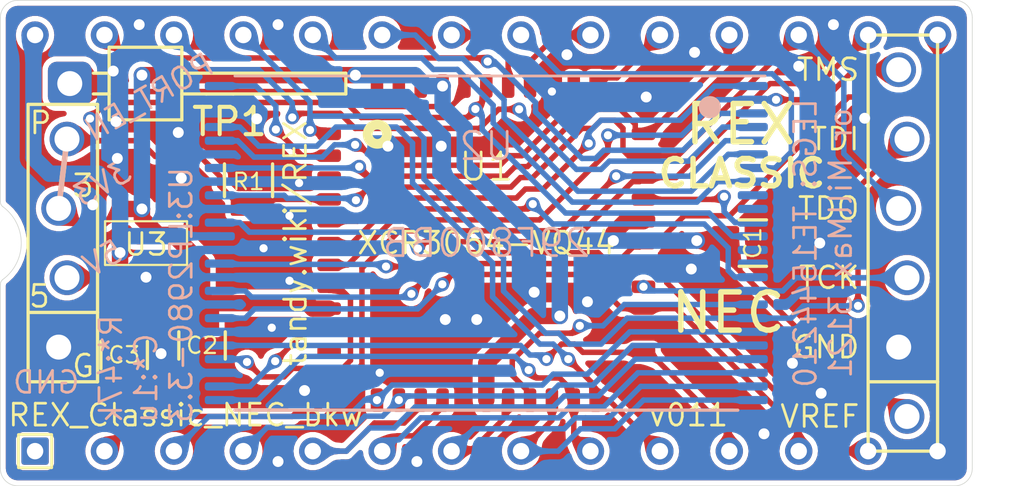
<source format=kicad_pcb>
(kicad_pcb (version 20221018) (generator pcbnew)
  (title_block (title "REX_Classic_NEC_bkw") (date "2023-07-04") (rev "011") (company "Brian K. White - b.kenyon.w@gmail.com") (comment 1 "Based on REX NEC by Steve Adolph"))
  (layers (0 "F.Cu" signal "Top") (31 "B.Cu" signal "Bottom") (34 "B.Paste" user) (35 "F.Paste" user) (36 "B.SilkS" user "B.Silkscreen") (37 "F.SilkS" user "F.Silkscreen") (38 "B.Mask" user) (39 "F.Mask" user) (44 "Edge.Cuts" user))
  (net 0 "")
  (net 1 "GND")
  (net 2 "+3V3")
  (net 3 "/PORT_EN")
  (net 4 "/TP1")
  (net 6 "/A12")
  (net 7 "/A7")
  (net 8 "/A6")
  (net 9 "/A5")
  (net 10 "/A4")
  (net 11 "+5V")
  (net 12 "/A3")
  (net 13 "/A2")
  (net 14 "/A1")
  (net 15 "/A0")
  (net 16 "/D0")
  (net 17 "/D1")
  (net 18 "/D2")
  (net 19 "/D3")
  (net 20 "/D4")
  (net 21 "/D5{slash}TDO")
  (net 22 "/D6")
  (net 23 "/D7")
  (net 24 "/~{BUS_CS}")
  (net 25 "/A10")
  (net 26 "/~{BUS_OE}")
  (net 27 "/A11")
  (net 28 "/A9")
  (net 29 "/A8{slash}TDI")
  (net 30 "/A13")
  (net 31 "/A14")
  (net 32 "/A19{slash}TCK")
  (net 33 "/A15{slash}TMS")
  (net 34 "/A17")
  (net 36 "/A16")
  (net 37 "/RY{slash}~{BY}")
  (net 38 "/~{OE}")
  (net 39 "/~{CE}")
  (net 41 "/A18")
  (net 42 "/~{WE}")
  (footprint "000_LOCAL:C_0805" (layer "F.Cu") (at 156.968 99.187)
    (fp_text reference "C1")
    (fp_text value "1u")
  )
  (footprint "000_LOCAL:DIP-28_600_pcb_shallow_notch" (layer "F.Cu") (at 147.218 99.187 90)
    (fp_text reference "J1" hide)
    (fp_text value "DIP28 legs 27C256")
    (fp_line (start -8.89 17.145) (end -8.89 -17.145) (stroke (width 0.0254)) (layer "Edge.Cuts"))
    (fp_line (start -8.255 -17.78) (end -1.524 -17.78) (stroke (width 0.0254)) (layer "Edge.Cuts"))
    (fp_line (start 1.524 -17.78) (end 8.255 -17.78) (stroke (width 0.0254)) (layer "Edge.Cuts"))
    (fp_line (start 8.255 17.78) (end -8.255 17.78) (stroke (width 0.0254)) (layer "Edge.Cuts"))
    (fp_line (start 8.89 -17.145) (end 8.89 17.145) (stroke (width 0.0254)) (layer "Edge.Cuts"))
    (fp_arc (start -8.89 -17.145) (mid -8.704013 -17.594013) (end -8.255 -17.78) (stroke (width 0.0254)) (layer "Edge.Cuts"))
    (fp_arc (start -8.255 17.78) (mid -8.704013 17.594013) (end -8.89 17.145) (stroke (width 0.0254)) (layer "Edge.Cuts"))
    (fp_arc (start -1.524 -17.78) (mid -1.426799 -17.760665) (end -1.344395 -17.705605) (stroke (width 0.0254)) (layer "Edge.Cuts"))
    (fp_arc (start 1.344395 -17.705605) (mid 0 -17.015057) (end -1.344395 -17.705605) (stroke (width 0.0254)) (layer "Edge.Cuts"))
    (fp_arc (start 1.344395 -17.705605) (mid 1.426798 -17.760665) (end 1.524 -17.78) (stroke (width 0.0254)) (layer "Edge.Cuts"))
    (fp_arc (start 8.255 -17.78) (mid 8.704013 -17.594013) (end 8.89 -17.145) (stroke (width 0.0254)) (layer "Edge.Cuts"))
    (fp_arc (start 8.89 17.145) (mid 8.704013 17.594013) (end 8.255 17.78) (stroke (width 0.0254)) (layer "Edge.Cuts"))
  )
  (footprint "000_LOCAL:1x6_pcb_socket" (layer "F.Cu") (at 162.458 99.187 90)
    (fp_text reference "J2")
    (fp_text value "JTAG" hide)
  )
  (footprint "000_LOCAL:R_0805" (layer "F.Cu") (at 138.518 96.887 -90)
    (fp_text reference "R1")
    (fp_text value "47k")
  )
  (footprint "000_LOCAL:VQFP44" (layer "F.Cu") (at 147.218 99.187)
    (fp_text reference "U1")
    (fp_text value "XCR3064-VQ44" hide)
  )
  (footprint "000_LOCAL:SOT-23-5" (layer "F.Cu") (at 134.768 99.187 90)
    (fp_text reference "U3")
    (fp_text value "LP2980-3.3" hide)
  )
  (footprint "000_LOCAL:1x1_pin_h" (layer "F.Cu") (at 131.978 93.345)
    (fp_text reference "TP1")
    (fp_text value "PINHD-1X1")
  )
  (footprint "000_LOCAL:1x4_pcb_socket" (layer "F.Cu") (at 131.724 99.187 90)
    (fp_text reference "J3" hide)
    (fp_text value "PRG")
  )
  (footprint "000_LOCAL:C_0805" (layer "F.Cu") (at 133.968 103.287 -90)
    (fp_text reference "C3")
    (fp_text value "1u")
  )
  (footprint "000_LOCAL:C_0805" (layer "F.Cu") (at 136.818 102.937 -90)
    (fp_text reference "C2")
    (fp_text value "1u")
  )
  (footprint "000_LOCAL:TSOP-48" (layer "B.Cu") (at 147.218 99.187 180)
    (fp_text reference "U2")
    (fp_text value "29F800BB")
  )
  (gr_line (start 131.5716 97.917) (end 131.8764 95.377) (stroke (width 0.2)) (layer "B.SilkS"))
  (gr_rect (start 130.0984 106.1974) (end 131.3176 107.4166) (stroke (width 0.1)) (fill none) (layer "F.SilkS"))
  (gr_line (start 131.5716 97.917) (end 131.8764 95.377) (stroke (width 0.2)) (layer "F.SilkS"))
  (gr_text "R*:${00000000-0000-0000-0000-00005e77bb7a:VALUE}\nC*:${00000000-0000-0000-0000-00005e77bb27:VALUE}\nU3:${00000000-0000-0000-0000-00005e77bc2d:VALUE}" (at 134.768 105.837 90) (layer "B.SilkS") (effects (font (size 0.8 0.8) (thickness 0.1)) (justify right mirror)))
  (gr_text "LEGS: TE1544210\nor MillMax 3121" (at 159.537 99.187 90) (layer "B.SilkS") (effects (font (size 0.8 0.8) (thickness 0.1)) (justify mirror)))
  (gr_text "5V" (at 132.518 100.137 30) (layer "B.SilkS") (effects (font (size 0.8 0.8) (thickness 0.1)) (justify right mirror)))
  (gr_text "3V3" (at 132.168 97.587 30) (layer "B.SilkS") (effects (font (size 0.8 0.8) (thickness 0.1)) (justify right mirror)))
  (gr_text "GND" (at 131.118 104.287) (layer "B.SilkS") (effects (font (size 0.8 0.8) (thickness 0.1)) (justify mirror)))
  (gr_text "PORT_EN" (at 132.568 95.187 30) (layer "B.SilkS") (effects (font (size 0.8 0.8) (thickness 0.1)) (justify right mirror)))
  (gr_text "5" (at 130.868 101.137) (layer "F.SilkS") (effects (font (size 0.8 0.8) (thickness 0.1))))
  (gr_text "TCK" (at 160.934 100.457) (layer "F.SilkS") (effects (font (size 0.8 0.8) (thickness 0.1)) (justify right)))
  (gr_text "TDO" (at 160.934 97.917) (layer "F.SilkS") (effects (font (size 0.8 0.8) (thickness 0.1)) (justify right)))
  (gr_text "GND" (at 160.934 102.997) (layer "F.SilkS") (effects (font (size 0.8 0.8) (thickness 0.1)) (justify right)))
  (gr_text "VREF" (at 160.934 105.537) (layer "F.SilkS") (effects (font (size 0.8 0.8) (thickness 0.1)) (justify right)))
  (gr_text "TMS" (at 160.934 92.837) (layer "F.SilkS") (effects (font (size 0.8 0.8) (thickness 0.1)) (justify right)))
  (gr_text "TDI" (at 160.934 95.377) (layer "F.SilkS") (effects (font (size 0.8 0.8) (thickness 0.1)) (justify right)))
  (gr_text "REX" (at 156.518 94.837) (layer "F.SilkS") (effects (font (size 1.4 1.4) (thickness 0.2) bold)))
  (gr_text "P" (at 130.9112 94.787) (layer "F.SilkS") (effects (font (size 0.8 0.8) (thickness 0.1))))
  (gr_text "${TITLE}" (at 136.2198 105.487) (layer "F.SilkS") (effects (font (size 0.8 0.8) (thickness 0.1))))
  (gr_text "G" (at 132.468 103.687) (layer "F.SilkS") (effects (font (size 0.8 0.8) (thickness 0.1))))
  (gr_text "tandy.wiki/REX" (at 140.233 99.187 90) (layer "F.SilkS") (effects (font (size 0.8 0.8) (thickness 0.1))))
  (gr_text "3" (at 132.468 97.087) (layer "F.SilkS") (effects (font (size 0.8 0.8) (thickness 0.1))))
  (gr_text "v${REVISION}" (at 154.618 105.487) (layer "F.SilkS") (effects (font (size 0.8 0.8) (thickness 0.1))))
  (gr_text "CLASSIC" (at 156.568 96.637) (layer "F.SilkS") (effects (font (size 1 1) (thickness 0.2) bold)))
  (gr_text "NEC" (at 156.068 101.737) (layer "F.SilkS") (effects (font (size 1.4 1.4) (thickness 0.2) bold)))
  (via (at 157.378 106.172) (size 0.6) (drill 0.4) (layers "F.Cu" "B.Cu") (net 1))
  (via (at 158.418 103.587) (size 0.6) (drill 0.4) (layers "F.Cu" "B.Cu") (net 1))
  (via (at 132.818 97.787) (size 0.6) (drill 0.4) (layers "F.Cu" "B.Cu") (net 1))
  (via (at 133.668 94.737) (size 0.6) (drill 0.4) (layers "F.Cu" "B.Cu") (net 1))
  (via (at 148.968 100.987) (size 0.6) (drill 0.4) (layers "F.Cu" "B.Cu") (net 1))
  (via (at 139.598 107.188) (size 0.6) (drill 0.4) (layers "F.Cu" "B.Cu") (net 1))
  (via (at 159.418 99.187) (size 0.6) (drill 0.4) (layers "F.Cu" "B.Cu") (net 1))
  (via (at 159.918 91.186) (size 0.6) (drill 0.4) (layers "F.Cu" "B.Cu") (net 1))
  (via (at 143.618 95.637) (size 0.6) (drill 0.4) (layers "F.Cu" "B.Cu") (net 1))
  (via (at 139.368 102.287) (size 0.5) (drill 0.3) (layers "F.Cu" "B.Cu") (net 1))
  (via (at 135.318 103.237) (size 0.6) (drill 0.4) (layers "F.Cu" "B.Cu") (net 1))
  (via (at 144.678 107.188) (size 0.6) (drill 0.4) (layers "F.Cu" "B.Cu") (net 1))
  (via (at 161.061 94.615) (size 0.6) (drill 0.4) (layers "F.Cu" "B.Cu") (net 1))
  (via (at 133.568 92.887) (size 0.6) (drill 0.4) (layers "F.Cu" "B.Cu") (net 1))
  (via (at 134.768 100.437) (size 0.6) (drill 0.4) (layers "F.Cu" "B.Cu") (net 1))
  (via (at 139.598 91.186) (size 0.6) (drill 0.4) (layers "F.Cu" "B.Cu") (net 1))
  (via (at 158.648 92.71) (size 0.6) (drill 0.4) (layers "F.Cu" "B.Cu") (net 1))
  (via (at 133.718 96.087) (size 0.6) (drill 0.4) (layers "F.Cu" "B.Cu") (net 1))
  (via (at 135.948 95.137) (size 0.6) (drill 0.4) (layers "F.Cu" "B.Cu") (net 1))
  (via (at 143.318 103.937) (size 0.5) (drill 0.3) (layers "F.Cu" "B.Cu") (net 1))
  (via (at 138.818 94.637) (size 0.6) (drill 0.4) (layers "F.Cu" "B.Cu") (net 1))
  (via (at 134.518 91.186) (size 0.6) (drill 0.4) (layers "F.Cu" "B.Cu") (net 1))
  (via (at 146.868 101.987) (size 0.6) (drill 0.4) (layers "F.Cu" "B.Cu") (net 1))
  (via (at 140.568 104.587) (size 0.6) (drill 0.4) (layers "F.Cu" "B.Cu") (net 1))
  (via (at 150.168 92.287) (size 0.6) (drill 0.4) (layers "F.Cu" "B.Cu") (net 1))
  (via (at 150.918 101.337) (size 0.6) (drill 0.4) (layers "F.Cu" "B.Cu") (net 1))
  (via (at 149.618 93.637) (size 0.5) (drill 0.3) (layers "F.Cu" "B.Cu") (net 1))
  (via (at 140.018 98.187) (size 0.5) (drill 0.3) (layers "F.Cu" "B.Cu") (net 1))
  (via (at 154.838 92.202) (size 0.6) (drill 0.4) (layers "F.Cu" "B.Cu") (net 1))
  (via (at 139.068 99.377) (size 0.5) (drill 0.3) (layers "F.Cu" "B.Cu") (net 1))
  (via (at 145.568 95.637) (size 0.6) (drill 0.4) (layers "F.Cu" "B.Cu") (net 1))
  (via (at 140.368 96.987) (size 0.5) (drill 0.3) (layers "F.Cu" "B.Cu") (net 1))
  (via (at 145.718 101.987) (size 0.6) (drill 0.4) (layers "F.Cu" "B.Cu") (net 1))
  (via (at 140.018 100.567) (size 0.5) (drill 0.3) (layers "F.Cu" "B.Cu") (net 1))
  (via (at 153.068 93.837) (size 0.6) (drill 0.4) (layers "F.Cu" "B.Cu") (net 1))
  (via (at 159.468 104.687) (size 0.6) (drill 0.4) (layers "F.Cu" "B.Cu") (net 1))
  (via (at 154.718 100.137) (size 0.6) (drill 0.4) (layers "F.Cu" "B.Cu") (net 1))
  (via (at 136.058 96.807) (size 0.6) (drill 0.4) (layers "F.Cu" "B.Cu") (net 1))
  (segment (start 140.668 101.387) (end 140.868 101.587) (width 0.6) (layer "F.Cu") (net 2))
  (segment (start 134.618 93.037) (end 142.428 93.037) (width 0.6) (layer "F.Cu") (net 2))
  (segment (start 156.368 100.087) (end 161.178 104.897) (width 0.2) (layer "F.Cu") (net 2))
  (segment (start 133.272 98.487) (end 133.822 97.937) (width 0.2) (layer "F.Cu") (net 2))
  (segment (start 152.3102 98.387) (end 152.968 98.387) (width 0.6) (layer "F.Cu") (net 2))
  (segment (start 151.868 99.097) (end 151.868 98.8292) (width 0.6) (layer "F.Cu") (net 2))
  (segment (start 136.818 101.937) (end 136.818 101.387) (width 0.6) (layer "F.Cu") (net 2))
  (segment (start 131.5716 97.917) (end 132.1416 98.487) (width 0.2) (layer "F.Cu") (net 2))
  (segment (start 134.618 97.937) (end 134.618 98.287) (width 0.6) (layer "F.Cu") (net 2))
  (segment (start 136.818 101.387) (end 140.668 101.387) (width 0.6) (layer "F.Cu") (net 2))
  (segment (start 161.9704 104.897) (end 162.6104 105.537) (width 0.2) (layer "F.Cu") (net 2))
  (segment (start 155.968 99.187) (end 155.878 99.097) (width 0.6) (layer "F.Cu") (net 2))
  (segment (start 134.618 97.937) (end 133.822 97.937) (width 0.6) (layer "F.Cu") (net 2))
  (segment (start 147.218 103.587) (end 147.218 104.937) (width 0.6) (layer "F.Cu") (net 2))
  (segment (start 132.1416 98.487) (end 133.272 98.487) (width 0.2) (layer "F.Cu") (net 2))
  (segment (start 149.908 101.857) (end 148.948 101.857) (width 0.6) (layer "F.Cu") (net 2))
  (segment (start 155.968 99.187) (end 156.368 99.587) (width 0.2) (layer "F.Cu") (net 2))
  (segment (start 135.218 98.887) (end 135.768 98.887) (width 0.6) (layer "F.Cu") (net 2))
  (segment (start 148.948 101.857) (end 147.218 103.587) (width 0.6) (layer "F.Cu") (net 2))
  (segment (start 135.768 98.887) (end 136.818 99.937) (width 0.6) (layer "F.Cu") (net 2))
  (segment (start 151.868 98.8292) (end 152.3102 98.387) (width 0.6) (layer "F.Cu") (net 2))
  (segment (start 161.178 104.897) (end 161.9704 104.897) (width 0.2) (layer "F.Cu") (net 2))
  (segment (start 155.878 99.097) (end 154.918 99.097) (width 0.6) (layer "F.Cu") (net 2))
  (segment (start 134.618 98.287) (end 135.218 98.887) (width 0.6) (layer "F.Cu") (net 2))
  (segment (start 140.868 101.587) (end 141.468 101.587) (width 0.6) (layer "F.Cu") (net 2))
  (segment (start 156.368 99.587) (end 156.368 100.087) (width 0.2) (layer "F.Cu") (net 2))
  (segment (start 136.818 99.937) (end 136.818 101.937) (width 0.6) (layer "F.Cu") (net 2))
  (via (at 142.428 93.037) (size 0.6) (drill 0.4) (layers "F.Cu" "B.Cu") (net 2))
  (via (at 134.618 93.037) (size 0.6) (drill 0.4) (layers "F.Cu" "B.Cu") (net 2))
  (via (at 134.618 97.937) (size 0.6) (drill 0.4) (layers "F.Cu" "B.Cu") (net 2))
  (via (at 154.918 99.097) (size 0.6) (drill 0.4) (layers "F.Cu" "B.Cu") (net 2))
  (via (at 151.868 99.097) (size 0.6) (drill 0.4) (layers "F.Cu" "B.Cu") (net 2))
  (via (at 149.908 101.857) (size 0.6) (drill 0.4) (layers "F.Cu" "B.Cu") (net 2))
  (via (at 145.618 93.437) (size 0.6) (drill 0.4) (layers "F.Cu" "B.Cu") (net 2))
  (segment (start 142.428 93.037) (end 144.608 93.037) (width 0.6) (layer "B.Cu") (net 2))
  (segment (start 146.428 96.347) (end 146.428 94.992) (width 0.6) (layer "B.Cu") (net 2))
  (segment (start 146.428 94.992) (end 145.618 94.182) (width 0.6) (layer "B.Cu") (net 2))
  (segment (start 149.178 99.097) (end 146.428 96.347) (width 0.6) (layer "B.Cu") (net 2))
  (segment (start 144.608 93.037) (end 145.008 93.437) (width 0.6) (layer "B.Cu") (net 2))
  (segment (start 154.918 99.097) (end 149.178 99.097) (width 0.6) (layer "B.Cu") (net 2))
  (segment (start 145.008 93.437) (end 145.618 93.437) (width 0.6) (layer "B.Cu") (net 2))
  (segment (start 149.908 99.097) (end 149.908 101.857) (width 0.6) (layer "B.Cu") (net 2))
  (segment (start 145.618 94.182) (end 145.618 93.437) (width 0.6) (layer "B.Cu") (net 2))
  (segment (start 134.618 97.937) (end 134.618 93.037) (width 0.6) (layer "B.Cu") (net 2))
  (segment (start 138.268 97.587) (end 138.518 97.837) (width 0.2) (layer "F.Cu") (net 3))
  (segment (start 137.468 96.737) (end 137.468 97.087) (width 0.2) (layer "F.Cu") (net 3))
  (segment (start 137.468 97.087) (end 137.968 97.587) (width 0.2) (layer "F.Cu") (net 3))
  (segment (start 136.743 96.012) (end 137.468 96.737) (width 0.2) (layer "F.Cu") (net 3))
  (segment (start 135.103 96.012) (end 136.743 96.012) (width 0.2) (layer "F.Cu") (net 3))
  (segment (start 134.528 95.437) (end 135.103 96.012) (width 0.2) (layer "F.Cu") (net 3))
  (segment (start 131.9364 95.437) (end 134.528 95.437) (width 0.2) (layer "F.Cu") (net 3))
  (segment (start 137.968 97.587) (end 138.268 97.587) (width 0.2) (layer "F.Cu") (net 3))
  (segment (start 138.768 97.587) (end 141.468 97.587) (width 0.2) (layer "F.Cu") (net 3))
  (segment (start 138.518 97.837) (end 138.768 97.587) (width 0.2) (layer "F.Cu") (net 3))
  (segment (start 131.8764 95.377) (end 131.9364 95.437) (width 0.2) (layer "F.Cu") (net 3))
  (segment (start 146.418 93.6918) (end 145.9228 94.187) (width 0.2) (layer "F.Cu") (net 4))
  (segment (start 142.818 94.187) (end 142.268 93.637) (width 0.2) (layer "F.Cu") (net 4))
  (segment (start 145.9228 94.187) (end 142.818 94.187) (width 0.2) (layer "F.Cu") (net 4))
  (segment (start 146.418 93.437) (end 146.418 93.6918) (width 0.2) (layer "F.Cu") (net 4))
  (segment (start 132.27 93.637) (end 131.978 93.345) (width 0.2) (layer "F.Cu") (net 4))
  (segment (start 142.268 93.637) (end 132.27 93.637) (width 0.2) (layer "F.Cu") (net 4))
  (segment (start 140.268 105.387) (end 140.118 105.537) (width 0.2) (layer "F.Cu") (net 6))
  (segment (start 144.038 98.737) (end 142.668 100.107) (width 0.2) (layer "F.Cu") (net 6))
  (segment (start 142.668 100.107) (end 142.668 103.637) (width 0.2) (layer "F.Cu") (net 6))
  (segment (start 151.968 96.737) (end 149.968 98.737) (width 0.2) (layer "F.Cu") (net 6))
  (segment (start 140.118 105.537) (end 134.518 105.537) (width 0.2) (layer "F.Cu") (net 6))
  (segment (start 149.968 98.737) (end 144.038 98.737) (width 0.2) (layer "F.Cu") (net 6))
  (segment (start 134.518 105.537) (end 133.248 106.807) (width 0.2) (layer "F.Cu") (net 6))
  (segment (start 142.668 103.637) (end 140.918 105.387) (width 0.2) (layer "F.Cu") (net 6))
  (segment (start 140.918 105.387) (end 140.268 105.387) (width 0.2) (layer "F.Cu") (net 6))
  (via (at 151.968 96.737) (size 0.5) (drill 0.3) (layers "F.Cu" "B.Cu") (net 6))
  (segment (start 154.668 96.737) (end 155.968 95.437) (width 0.2) (layer "B.Cu") (net 6))
  (segment (start 155.968 95.437) (end 156.968 95.437) (width 0.2) (layer "B.Cu") (net 6))
  (segment (start 151.968 96.737) (end 154.668 96.737) (width 0.2) (layer "B.Cu") (net 6))
  (via (at 143.218 104.937) (size 0.5) (drill 0.3) (layers "F.Cu" "B.Cu") (net 7))
  (segment (start 150.918 103.987) (end 152.468 102.437) (width 0.2) (layer "B.Cu") (net 7))
  (segment (start 142.168 105.537) (end 142.768 104.937) (width 0.2) (layer "B.Cu") (net 7))
  (segment (start 135.788 106.807) (end 137.058 105.537) (width 0.2) (layer "B.Cu") (net 7))
  (segment (start 143.768 104.387) (end 149.268 104.387) (width 0.2) (layer "B.Cu") (net 7))
  (segment (start 142.768 104.937) (end 143.218 104.937) (width 0.2) (layer "B.Cu") (net 7))
  (segment (start 137.058 105.537) (end 142.168 105.537) (width 0.2) (layer "B.Cu") (net 7))
  (segment (start 149.268 104.387) (end 149.668 103.987) (width 0.2) (layer "B.Cu") (net 7))
  (segment (start 149.668 103.987) (end 150.918 103.987) (width 0.2) (layer "B.Cu") (net 7))
  (segment (start 152.468 102.437) (end 156.968 102.437) (width 0.2) (layer "B.Cu") (net 7))
  (segment (start 143.218 104.937) (end 143.768 104.387) (width 0.2) (layer "B.Cu") (net 7))
  (via (at 144.018 104.937) (size 0.5) (drill 0.3) (layers "F.Cu" "B.Cu") (net 8))
  (segment (start 144.168 104.787) (end 149.468 104.787) (width 0.2) (layer "B.Cu") (net 8))
  (segment (start 144.018 104.937) (end 143.428 105.527) (width 0.2) (layer "B.Cu") (net 8))
  (segment (start 149.468 104.787) (end 149.868 104.387) (width 0.2) (layer "B.Cu") (net 8))
  (segment (start 142.368 105.937) (end 139.198 105.937) (width 0.2) (layer "B.Cu") (net 8))
  (segment (start 152.568 102.937) (end 156.968 102.937) (width 0.2) (layer "B.Cu") (net 8))
  (segment (start 143.428 105.527) (end 142.778 105.527) (width 0.2) (layer "B.Cu") (net 8))
  (segment (start 142.778 105.527) (end 142.368 105.937) (width 0.2) (layer "B.Cu") (net 8))
  (segment (start 144.018 104.937) (end 144.168 104.787) (width 0.2) (layer "B.Cu") (net 8))
  (segment (start 149.868 104.387) (end 151.118 104.387) (width 0.2) (layer "B.Cu") (net 8))
  (segment (start 139.198 105.937) (end 138.328 106.807) (width 0.2) (layer "B.Cu") (net 8))
  (segment (start 151.118 104.387) (end 152.568 102.937) (width 0.2) (layer "B.Cu") (net 8))
  (segment (start 140.868 106.807) (end 142.098 106.807) (width 0.2) (layer "F.Cu") (net 9))
  (segment (start 144.2126 105.777) (end 144.818 105.1716) (width 0.2) (layer "F.Cu") (net 9))
  (segment (start 144.818 105.1716) (end 144.818 104.937) (width 0.2) (layer "F.Cu") (net 9))
  (segment (start 143.128 105.777) (end 144.2126 105.777) (width 0.2) (layer "F.Cu") (net 9))
  (segment (start 142.098 106.807) (end 143.128 105.777) (width 0.2) (layer "F.Cu") (net 9))
  (segment (start 152.668 103.437) (end 156.968 103.437) (width 0.2) (layer "B.Cu") (net 9))
  (segment (start 140.868 106.807) (end 142.098 106.807) (width 0.2) (layer "B.Cu") (net 9))
  (segment (start 149.668 105.187) (end 150.068 104.787) (width 0.2) (layer "B.Cu") (net 9))
  (segment (start 150.068 104.787) (end 151.318 104.787) (width 0.2) (layer "B.Cu") (net 9))
  (segment (start 151.318 104.787) (end 152.668 103.437) (width 0.2) (layer "B.Cu") (net 9))
  (segment (start 144.618 105.187) (end 149.668 105.187) (width 0.2) (layer "B.Cu") (net 9))
  (segment (start 142.948 105.957) (end 143.848 105.957) (width 0.2) (layer "B.Cu") (net 9))
  (segment (start 142.098 106.807) (end 142.948 105.957) (width 0.2) (layer "B.Cu") (net 9))
  (segment (start 143.848 105.957) (end 144.618 105.187) (width 0.2) (layer "B.Cu") (net 9))
  (segment (start 144.558 106.247) (end 145.478 105.327) (width 0.2) (layer "F.Cu") (net 10))
  (segment (start 145.478 105.327) (end 145.478 105.077) (width 0.2) (layer "F.Cu") (net 10))
  (segment (start 143.968 106.247) (end 144.558 106.247) (width 0.2) (layer "F.Cu") (net 10))
  (segment (start 143.408 106.807) (end 143.968 106.247) (width 0.2) (layer "F.Cu") (net 10))
  (segment (start 145.478 105.077) (end 145.618 104.937) (width 0.2) (layer "F.Cu") (net 10))
  (segment (start 149.868 105.587) (end 150.268 105.187) (width 0.2) (layer "B.Cu") (net 10))
  (segment (start 150.268 105.187) (end 151.518 105.187) (width 0.2) (layer "B.Cu") (net 10))
  (segment (start 144.018 106.387) (end 144.818 105.587) (width 0.2) (layer "B.Cu") (net 10))
  (segment (start 152.768 103.937) (end 156.968 103.937) (width 0.2) (layer "B.Cu") (net 10))
  (segment (start 151.518 105.187) (end 152.768 103.937) (width 0.2) (layer "B.Cu") (net 10))
  (segment (start 144.818 105.587) (end 149.868 105.587) (width 0.2) (layer "B.Cu") (net 10))
  (segment (start 143.828 106.387) (end 144.018 106.387) (width 0.2) (layer "B.Cu") (net 10))
  (segment (start 143.408 106.807) (end 143.828 106.387) (width 0.2) (layer "B.Cu") (net 10))
  (segment (start 146.818 94.277) (end 146.508 94.587) (width 0.2) (layer "F.Cu") (net 11))
  (segment (start 146.818 94.277) (end 147.078 94.017) (width 0.2) (layer "F.Cu") (net 11))
  (segment (start 147.078 93.577) (end 147.218 93.437) (width 0.2) (layer "F.Cu") (net 11))
  (segment (start 135.418 99.537) (end 135.718 99.837) (width 0.2) (layer "F.Cu") (net 11))
  (segment (start 133.818 102.137) (end 133.968 102.287) (width 0.6) (layer "F.Cu") (net 11))
  (segment (start 142.08725 94.037) (end 133.308 94.037) (width 0.2) (layer "F.Cu") (net 11))
  (segment (start 133.818 99.537) (end 135.418 99.537) (width 0.2) (layer "F.Cu") (net 11))
  (segment (start 133.802 100.457) (end 131.8764 100.457) (width 0.2) (layer "F.Cu") (net 11))
  (segment (start 142.63725 94.587) (end 142.08725 94.037) (width 0.2) (layer "F.Cu") (net 11))
  (segment (start 146.508 94.587) (end 142.63725 94.587) (width 0.2) (layer "F.Cu") (net 11))
  (segment (start 133.818 100.437) (end 133.818 102.137) (width 0.6) (layer "F.Cu") (net 11))
  (segment (start 133.818 99.537) (end 133.818 100.437) (width 0.6) (layer "F.Cu") (net 11))
  (segment (start 135.718 99.837) (end 135.718 100.437) (width 0.2) (layer "F.Cu") (net 11))
  (segment (start 147.078 94.017) (end 147.078 93.577) (width 0.2) (layer "F.Cu") (net 11))
  (segment (start 133.308 94.037) (end 132.718 94.627) (width 0.2) (layer "F.Cu") (net 11))
  (via (at 146.818 94.277) (size 0.5) (drill 0.3) (layers "F.Cu" "B.Cu") (net 11))
  (via (at 133.818 99.537) (size 0.6) (drill 0.4) (layers "F.Cu" "B.Cu") (net 11))
  (via (at 132.718 94.627) (size 0.5) (drill 0.3) (layers "F.Cu" "B.Cu") (net 11))
  (segment (start 147.068 94.527) (end 147.068 95.037) (width 0.2) (layer "B.Cu") (net 11))
  (segment (start 133.818 97.437) (end 133.0276 96.6466) (width 0.6) (layer "B.Cu") (net 11))
  (segment (start 155.368 98.087) (end 156.218 98.937) (width 0.2) (layer "B.Cu") (net 11))
  (segment (start 130.648 96.057) (end 130.648 91.627) (width 0.6) (layer "B.Cu") (net 11))
  (segment (start 132.718 94.627) (end 132.828 94.737) (width 0.2) (layer "B.Cu") (net 11))
  (segment (start 132.828 94.737) (end 132.828 96.647) (width 0.2) (layer "B.Cu") (net 11))
  (segment (start 136.042 98.933) (end 133.818 98.933) (width 0.6) (layer "B.Cu") (net 11))
  (segment (start 136.042 98.933) (end 136.046 98.937) (width 0.3) (layer "B.Cu") (net 11))
  (segment (start 133.818 99.537) (end 133.818 98.933) (width 0.6) (layer "B.Cu") (net 11))
  (segment (start 130.648 91.627) (end 130.708 91.567) (width 0.6) (layer "B.Cu") (net 11))
  (segment (start 147.068 95.037) (end 150.118 98.087) (width 0.2) (layer "B.Cu") (net 11))
  (segment (start 150.118 98.087) (end 155.368 98.087) (width 0.2) (layer "B.Cu") (net 11))
  (segment (start 131.2376 96.6466) (end 130.648 96.057) (width 0.6) (layer "B.Cu") (net 11))
  (segment (start 136.046 98.937) (end 137.468 98.937) (width 0.3) (layer "B.Cu") (net 11))
  (segment (start 133.818 98.933) (end 133.818 97.437) (width 0.6) (layer "B.Cu") (net 11))
  (segment (start 156.218 98.937) (end 156.968 98.937) (width 0.2) (layer "B.Cu") (net 11))
  (segment (start 133.0276 96.6466) (end 131.2376 96.6466) (width 0.6) (layer "B.Cu") (net 11))
  (segment (start 146.818 94.277) (end 147.068 94.527) (width 0.2) (layer "B.Cu") (net 11))
  (segment (start 147.878 105.597) (end 147.878 105.077) (width 0.2) (layer "F.Cu") (net 12))
  (segment (start 146.668 106.807) (end 147.878 105.597) (width 0.2) (layer "F.Cu") (net 12))
  (segment (start 147.878 105.077) (end 148.018 104.937) (width 0.2) (layer "F.Cu") (net 12))
  (segment (start 145.948 106.807) (end 146.668 106.807) (width 0.2) (layer "F.Cu") (net 12))
  (segment (start 150.068 105.987) (end 150.468 105.587) (width 0.2) (layer "B.Cu") (net 12))
  (segment (start 145.948 106.807) (end 146.768 105.987) (width 0.2) (layer "B.Cu") (net 12))
  (segment (start 150.468 105.587) (end 151.718 105.587) (width 0.2) (layer "B.Cu") (net 12))
  (segment (start 146.768 105.987) (end 150.068 105.987) (width 0.2) (layer "B.Cu") (net 12))
  (segment (start 151.718 105.587) (end 152.868 104.437) (width 0.2) (layer "B.Cu") (net 12))
  (segment (start 152.868 104.437) (end 156.968 104.437) (width 0.2) (layer "B.Cu") (net 12))
  (segment (start 149.618 105.677) (end 149.618 104.937) (width 0.2) (layer "F.Cu") (net 13))
  (segment (start 148.488 106.807) (end 149.618 105.677) (width 0.2) (layer "F.Cu") (net 13))
  (segment (start 152.968 104.937) (end 156.968 104.937) (width 0.2) (layer "B.Cu") (net 13))
  (segment (start 149.848 106.807) (end 150.668 105.987) (width 0.2) (layer "B.Cu") (net 13))
  (segment (start 148.488 106.807) (end 149.848 106.807) (width 0.2) (layer "B.Cu") (net 13))
  (segment (start 150.668 105.987) (end 151.918 105.987) (width 0.2) (layer "B.Cu") (net 13))
  (segment (start 151.918 105.987) (end 152.968 104.937) (width 0.2) (layer "B.Cu") (net 13))
  (segment (start 150.418 106.197) (end 150.418 104.937) (width 0.2) (layer "F.Cu") (net 14))
  (segment (start 148.768 103.837) (end 149.058 104.127) (width 0.2) (layer "F.Cu") (net 14))
  (segment (start 151.028 106.807) (end 150.418 106.197) (width 0.2) (layer "F.Cu") (net 14))
  (segment (start 150.278 104.507) (end 150.278 104.797) (width 0.2) (layer "F.Cu") (net 14))
  (segment (start 150.278 104.797) (end 150.418 104.937) (width 0.2) (layer "F.Cu") (net 14))
  (segment (start 149.058 104.127) (end 149.898 104.127) (width 0.2) (layer "F.Cu") (net 14))
  (segment (start 149.898 104.127) (end 150.278 104.507) (width 0.2) (layer "F.Cu") (net 14))
  (via (at 148.768 103.837) (size 0.5) (drill 0.3) (layers "F.Cu" "B.Cu") (net 14))
  (segment (start 140.468 103.337) (end 138.868 104.937) (width 0.2) (layer "B.Cu") (net 14))
  (segment (start 138.868 104.937) (end 137.468 104.937) (width 0.2) (layer "B.Cu") (net 14))
  (segment (start 148.268 103.337) (end 140.468 103.337) (width 0.2) (layer "B.Cu") (net 14))
  (segment (start 148.768 103.837) (end 148.268 103.337) (width 0.2) (layer "B.Cu") (net 14))
  (segment (start 151.698 104.937) (end 151.218 104.937) (width 0.2) (layer "F.Cu") (net 15))
  (segment (start 151.078 104.297) (end 151.078 104.797) (width 0.2) (layer "F.Cu") (net 15))
  (segment (start 153.568 106.807) (end 151.698 104.937) (width 0.2) (layer "F.Cu") (net 15))
  (segment (start 151.078 104.797) (end 151.218 104.937) (width 0.2) (layer "F.Cu") (net 15))
  (segment (start 150.218 103.437) (end 151.078 104.297) (width 0.2) (layer "F.Cu") (net 15))
  (via (at 150.218 103.437) (size 0.5) (drill 0.3) (layers "F.Cu" "B.Cu") (net 15))
  (segment (start 141.718 94.937) (end 141.018 95.637) (width 0.2) (layer "B.Cu") (net 15))
  (segment (start 147.448 99.917) (end 144.518 96.987) (width 0.2) (layer "B.Cu") (net 15))
  (segment (start 144.518 96.987) (end 144.518 95.527) (width 0.2) (layer "B.Cu") (net 15))
  (segment (start 138.898 95.637) (end 138.198 94.937) (width 0.2) (layer "B.Cu") (net 15))
  (segment (start 150.218 103.437) (end 149.668 102.887) (width 0.2) (layer "B.Cu") (net 15))
  (segment (start 144.518 95.527) (end 143.928 94.937) (width 0.2) (layer "B.Cu") (net 15))
  (segment (start 138.198 94.937) (end 137.468 94.937) (width 0.2) (layer "B.Cu") (net 15))
  (segment (start 149.178 102.887) (end 147.448 101.157) (width 0.2) (layer "B.Cu") (net 15))
  (segment (start 143.928 94.937) (end 141.718 94.937) (width 0.2) (layer "B.Cu") (net 15))
  (segment (start 149.668 102.887) (end 149.178 102.887) (width 0.2) (layer "B.Cu") (net 15))
  (segment (start 141.018 95.637) (end 138.898 95.637) (width 0.2) (layer "B.Cu") (net 15))
  (segment (start 147.448 101.157) (end 147.448 99.917) (width 0.2) (layer "B.Cu") (net 15))
  (segment (start 156.108 106.807) (end 156.108 106.1208) (width 0.2) (layer "F.Cu") (net 16))
  (segment (start 149.968 102.887) (end 150.448 102.887) (width 0.2) (layer "F.Cu") (net 16))
  (segment (start 150.748 103.187) (end 152.968 103.187) (width 0.2) (layer "F.Cu") (net 16))
  (segment (start 156.108 106.1208) (end 153.1742 103.187) (width 0.2) (layer "F.Cu") (net 16))
  (segment (start 153.1742 103.187) (end 152.968 103.187) (width 0.2) (layer "F.Cu") (net 16))
  (segment (start 149.418 103.437) (end 149.968 102.887) (width 0.2) (layer "F.Cu") (net 16))
  (segment (start 150.448 102.887) (end 150.748 103.187) (width 0.2) (layer "F.Cu") (net 16))
  (via (at 149.418 103.437) (size 0.5) (drill 0.3) (layers "F.Cu" "B.Cu") (net 16))
  (segment (start 149.418 103.437) (end 149.268 103.287) (width 0.2) (layer "B.Cu") (net 16))
  (segment (start 148.818 103.287) (end 148.468 102.937) (width 0.2) (layer "B.Cu") (net 16))
  (segment (start 148.468 102.937) (end 137.468 102.937) (width 0.2) (layer "B.Cu") (net 16))
  (segment (start 149.268 103.287) (end 148.818 103.287) (width 0.2) (layer "B.Cu") (net 16))
  (segment (start 158.648 106.807) (end 158.648 106.067) (width 0.2) (layer "F.Cu") (net 17))
  (segment (start 150.918 100.337) (end 152.168 101.587) (width 0.2) (layer "F.Cu") (net 17))
  (segment (start 154.168 101.587) (end 152.968 101.587) (width 0.2) (layer "F.Cu") (net 17))
  (segment (start 158.648 106.067) (end 154.168 101.587) (width 0.2) (layer "F.Cu") (net 17))
  (segment (start 152.168 101.587) (end 152.968 101.587) (width 0.2) (layer "F.Cu") (net 17))
  (segment (start 145.968 100.337) (end 150.918 100.337) (width 0.2) (layer "F.Cu") (net 17))
  (segment (start 145.608 100.697) (end 145.968 100.337) (width 0.2) (layer "F.Cu") (net 17))
  (via (at 145.608 100.697) (size 0.5) (drill 0.3) (layers "F.Cu" "B.Cu") (net 17))
  (segment (start 138.398 101.937) (end 137.468 101.937) (width 0.2) (layer "B.Cu") (net 17))
  (segment (start 145.608 100.697) (end 144.708 101.597) (width 0.2) (layer "B.Cu") (net 17))
  (segment (start 144.708 101.597) (end 138.738 101.597) (width 0.2) (layer "B.Cu") (net 17))
  (segment (start 138.738 101.597) (end 138.398 101.937) (width 0.2) (layer "B.Cu") (net 17))
  (segment (start 153.818 100.287) (end 153.518 99.987) (width 0.2) (layer "F.Cu") (net 18))
  (segment (start 145.548 99.937) (end 151.118 99.937) (width 0.2) (layer "F.Cu") (net 18))
  (segment (start 151.318 100.137) (end 152.818 100.137) (width 0.2) (layer "F.Cu") (net 18))
  (segment (start 153.518 99.987) (end 152.968 99.987) (width 0.2) (layer "F.Cu") (net 18))
  (segment (start 161.188 106.807) (end 159.988 106.807) (width 0.2) (layer "F.Cu") (net 18))
  (segment (start 144.478 101.047) (end 144.478 101.007) (width 0.2) (layer "F.Cu") (net 18))
  (segment (start 151.118 99.937) (end 151.318 100.137) (width 0.2) (layer "F.Cu") (net 18))
  (segment (start 144.478 101.007) (end 145.548 99.937) (width 0.2) (layer "F.Cu") (net 18))
  (segment (start 152.818 100.137) (end 152.968 99.987) (width 0.2) (layer "F.Cu") (net 18))
  (segment (start 153.818 100.637) (end 153.818 100.287) (width 0.2) (layer "F.Cu") (net 18))
  (segment (start 159.988 106.807) (end 153.818 100.637) (width 0.2) (layer "F.Cu") (net 18))
  (via (at 144.478 101.047) (size 0.5) (drill 0.3) (layers "F.Cu" "B.Cu") (net 18))
  (segment (start 138.628 101.167) (end 138.398 100.937) (width 0.2) (layer "B.Cu") (net 18))
  (segment (start 138.398 100.937) (end 137.468 100.937) (width 0.2) (layer "B.Cu") (net 18))
  (segment (start 144.358 101.167) (end 138.628 101.167) (width 0.2) (layer "B.Cu") (net 18))
  (segment (start 144.478 101.047) (end 144.358 101.167) (width 0.2) (layer "B.Cu") (net 18))
  (segment (start 152.828 99.327) (end 152.968 99.187) (width 0.2) (layer "F.Cu") (net 19))
  (segment (start 143.548 100.047) (end 144.848 100.047) (width 0.2) (layer "F.Cu") (net 19))
  (segment (start 163.728 92.827) (end 162.718 93.837) (width 0.2) (layer "F.Cu") (net 19))
  (segment (start 160.468 93.837) (end 156.118 98.187) (width 0.2) (layer "F.Cu") (net 19))
  (segment (start 151.3105 99.537) (end 151.5105 99.737) (width 0.2) (layer "F.Cu") (net 19))
  (segment (start 154.458 98.187) (end 153.598 99.047) (width 0.2) (layer "F.Cu") (net 19))
  (segment (start 152.178 99.737) (end 152.588 99.327) (width 0.2) (layer "F.Cu") (net 19))
  (segment (start 152.588 99.327) (end 152.828 99.327) (width 0.2) (layer "F.Cu") (net 19))
  (segment (start 144.848 100.047) (end 145.358 99.537) (width 0.2) (layer "F.Cu") (net 19))
  (segment (start 145.358 99.537) (end 151.3105 99.537) (width 0.2) (layer "F.Cu") (net 19))
  (segment (start 163.728 91.567) (end 163.728 92.827) (width 0.2) (layer "F.Cu") (net 19))
  (segment (start 153.598 99.047) (end 153.108 99.047) (width 0.2) (layer "F.Cu") (net 19))
  (segment (start 162.718 93.837) (end 160.468 93.837) (width 0.2) (layer "F.Cu") (net 19))
  (segment (start 156.118 98.187) (end 154.458 98.187) (width 0.2) (layer "F.Cu") (net 19))
  (segment (start 153.108 99.047) (end 152.968 99.187) (width 0.2) (layer "F.Cu") (net 19))
  (segment (start 151.5105 99.737) (end 152.178 99.737) (width 0.2) (layer "F.Cu") (net 19))
  (via (at 143.548 100.047) (size 0.5) (drill 0.3) (layers "F.Cu" "B.Cu") (net 19))
  (segment (start 137.498 99.967) (end 137.468 99.937) (width 0.2) (layer "B.Cu") (net 19))
  (segment (start 143.548 100.047) (end 143.468 99.967) (width 0.2) (layer "B.Cu") (net 19))
  (segment (start 143.468 99.967) (end 137.498 99.967) (width 0.2) (layer "B.Cu") (net 19))
  (segment (start 157.6 93.345) (end 154.158 96.787) (width 0.2) (layer "F.Cu") (net 20))
  (segment (start 144.968 99.137) (end 150.368 99.137) (width 0.2) (layer "F.Cu") (net 20))
  (segment (start 161.188 91.567) (end 159.41 93.345) (width 0.2) (layer "F.Cu") (net 20))
  (segment (start 144.718 99.387) (end 144.968 99.137) (width 0.2) (layer "F.Cu") (net 20))
  (segment (start 154.158 96.787) (end 152.968 96.787) (width 0.2) (layer "F.Cu") (net 20))
  (segment (start 152.568 96.937) (end 152.818 96.937) (width 0.2) (layer "F.Cu") (net 20))
  (segment (start 159.41 93.345) (end 157.6 93.345) (width 0.2) (layer "F.Cu") (net 20))
  (segment (start 150.368 99.137) (end 152.568 96.937) (width 0.2) (layer "F.Cu") (net 20))
  (segment (start 152.818 96.937) (end 152.968 96.787) (width 0.2) (layer "F.Cu") (net 20))
  (via (at 144.718 99.387) (size 0.5) (drill 0.3) (layers "F.Cu" "B.Cu") (net 20))
  (segment (start 138.2007 98.437) (end 137.468 98.437) (width 0.2) (layer "B.Cu") (net 20))
  (segment (start 144.118 98.787) (end 138.5507 98.787) (width 0.2) (layer "B.Cu") (net 20))
  (segment (start 138.5507 98.787) (end 138.2007 98.437) (width 0.2) (layer "B.Cu") (net 20))
  (segment (start 144.718 99.387) (end 144.118 98.787) (width 0.2) (layer "B.Cu") (net 20))
  (segment (start 151.118 94.987) (end 151.418 94.687) (width 0.2) (layer "F.Cu") (net 21))
  (segment (start 152.418 95.987) (end 152.968 95.987) (width 0.2) (layer "F.Cu") (net 21))
  (segment (start 151.918 94.687) (end 152.218 94.987) (width 0.2) (layer "F.Cu") (net 21))
  (segment (start 148.468 96.787) (end 148.918 96.787) (width 0.2) (layer "F.Cu") (net 21))
  (segment (start 154.228 95.987) (end 152.968 95.987) (width 0.2) (layer "F.Cu") (net 21))
  (segment (start 150.718 94.987) (end 151.118 94.987) (width 0.2) (layer "F.Cu") (net 21))
  (segment (start 158.648 91.567) (end 154.228 95.987) (width 0.2) (layer "F.Cu") (net 21))
  (segment (start 148.918 96.787) (end 150.718 94.987) (width 0.2) (layer "F.Cu") (net 21))
  (segment (start 152.218 95.787) (end 152.418 95.987) (width 0.2) (layer "F.Cu") (net 21))
  (segment (start 152.218 94.987) (end 152.218 95.787) (width 0.2) (layer "F.Cu") (net 21))
  (segment (start 148.118 97.137) (end 148.468 96.787) (width 0.2) (layer "F.Cu") (net 21))
  (segment (start 142.928 97.137) (end 148.118 97.137) (width 0.2) (layer "F.Cu") (net 21))
  (segment (start 142.448 97.617) (end 142.928 97.137) (width 0.2) (layer "F.Cu") (net 21))
  (segment (start 151.418 94.687) (end 151.918 94.687) (width 0.2) (layer "F.Cu") (net 21))
  (via (at 142.448 97.617) (size 0.5) (drill 0.3) (layers "F.Cu" "B.Cu") (net 21))
  (segment (start 160.298 93.217) (end 158.648 91.567) (width 0.2) (layer "B.Cu") (net 21))
  (segment (start 162.3056 97.917) (end 160.298 95.9094) (width 0.2) (layer "B.Cu") (net 21))
  (segment (start 142.378 97.547) (end 139.928 97.547) (width 0.2) (layer "B.Cu") (net 21))
  (segment (start 142.448 97.617) (end 142.378 97.547) (width 0.2) (layer "B.Cu") (net 21))
  (segment (start 160.298 95.9094) (end 160.298 93.217) (width 0.2) (layer "B.Cu") (net 21))
  (segment (start 139.818 97.437) (end 137.468 97.437) (width 0.2) (layer "B.Cu") (net 21))
  (segment (start 139.928 97.547) (end 139.818 97.437) (width 0.2) (layer "B.Cu") (net 21))
  (segment (start 153.168 95.187) (end 152.968 95.187) (width 0.2) (layer "F.Cu") (net 22))
  (segment (start 142.568 96.387) (end 142.918 96.737) (width 0.2) (layer "F.Cu") (net 22))
  (segment (start 152.118 94.287) (end 152.668 94.837) (width 0.2) (layer "F.Cu") (net 22))
  (segment (start 142.918 96.737) (end 147.918 96.737) (width 0.2) (layer "F.Cu") (net 22))
  (segment (start 152.668 94.837) (end 152.668 95.187) (width 0.2) (layer "F.Cu") (net 22))
  (segment (start 147.918 96.737) (end 148.268 96.387) (width 0.2) (layer "F.Cu") (net 22))
  (segment (start 151.252314 94.287) (end 152.118 94.287) (width 0.2) (layer "F.Cu") (net 22))
  (segment (start 148.718 96.387) (end 150.518 94.587) (width 0.2) (layer "F.Cu") (net 22))
  (segment (start 148.268 96.387) (end 148.718 96.387) (width 0.2) (layer "F.Cu") (net 22))
  (segment (start 150.952314 94.587) (end 151.252314 94.287) (width 0.2) (layer "F.Cu") (net 22))
  (segment (start 156.108 91.567) (end 156.108 92.247) (width 0.2) (layer "F.Cu") (net 22))
  (segment (start 150.518 94.587) (end 150.952314 94.587) (width 0.2) (layer "F.Cu") (net 22))
  (segment (start 152.668 95.187) (end 152.968 95.187) (width 0.2) (layer "F.Cu") (net 22))
  (segment (start 156.108 92.247) (end 153.168 95.187) (width 0.2) (layer "F.Cu") (net 22))
  (via (at 142.568 96.387) (size 0.5) (drill 0.3) (layers "F.Cu" "B.Cu") (net 22))
  (segment (start 142.568 96.387) (end 142.518 96.437) (width 0.2) (layer "B.Cu") (net 22))
  (segment (start 142.518 96.437) (end 137.468 96.437) (width 0.2) (layer "B.Cu") (net 22))
  (segment (start 151.218 93.437) (end 151.218 93.137) (width 0.2) (layer "F.Cu") (net 23))
  (segment (start 151.998 93.137) (end 153.568 91.567) (width 0.2) (layer "F.Cu") (net 23))
  (segment (start 150.318 94.187) (end 150.718 94.187) (width 0.2) (layer "F.Cu") (net 23))
  (segment (start 151.218 93.687) (end 151.218 93.437) (width 0.2) (layer "F.Cu") (net 23))
  (segment (start 151.218 93.137) (end 151.998 93.137) (width 0.2) (layer "F.Cu") (net 23))
  (segment (start 142.568 95.587) (end 143.318 96.337) (width 0.2) (layer "F.Cu") (net 23))
  (segment (start 150.718 94.187) (end 151.218 93.687) (width 0.2) (layer "F.Cu") (net 23))
  (segment (start 151.218 93.537) (end 151.218 93.437) (width 0.2) (layer "F.Cu") (net 23))
  (segment (start 143.318 96.337) (end 147.718 96.337) (width 0.2) (layer "F.Cu") (net 23))
  (segment (start 148.068 95.987) (end 148.518 95.987) (width 0.2) (layer "F.Cu") (net 23))
  (segment (start 148.518 95.987) (end 150.318 94.187) (width 0.2) (layer "F.Cu") (net 23))
  (segment (start 147.718 96.337) (end 148.068 95.987) (width 0.2) (layer "F.Cu") (net 23))
  (segment (start 142.418 95.587) (end 142.568 95.587) (width 0.2) (layer "F.Cu") (net 23))
  (via (at 142.418 95.587) (size 0.5) (drill 0.3) (layers "F.Cu" "B.Cu") (net 23))
  (segment (start 142.418 95.587) (end 141.668 95.587) (width 0.2) (layer "B.Cu") (net 23))
  (segment (start 138.118 95.437) (end 137.468 95.437) (width 0.2) (layer "B.Cu") (net 23))
  (segment (start 138.718 96.037) (end 138.118 95.437) (width 0.2) (layer "B.Cu") (net 23))
  (segment (start 141.668 95.587) (end 141.218 96.037) (width 0.2) (layer "B.Cu") (net 23))
  (segment (start 141.218 96.037) (end 138.718 96.037) (width 0.2) (layer "B.Cu") (net 23))
  (segment (start 148.818 92.537) (end 148.818 93.437) (width 0.2) (layer "F.Cu") (net 24))
  (segment (start 151.028 91.567) (end 149.788 91.567) (width 0.2) (layer "F.Cu") (net 24))
  (segment (start 149.788 91.567) (end 148.818 92.537) (width 0.2) (layer "F.Cu") (net 24))
  (segment (start 157.678 92.987) (end 158.378 93.687) (width 0.2) (layer "B.Cu") (net 25))
  (segment (start 158.378 93.687) (end 158.378 95.844) (width 0.2) (layer "B.Cu") (net 25))
  (segment (start 149.908 92.987) (end 157.678 92.987) (width 0.2) (layer "B.Cu") (net 25))
  (segment (start 158.378 95.844) (end 157.785 96.437) (width 0.2) (layer "B.Cu") (net 25))
  (segment (start 157.785 96.437) (end 156.968 96.437) (width 0.2) (layer "B.Cu") (net 25))
  (segment (start 148.488 91.567) (end 149.908 92.987) (width 0.2) (layer "B.Cu") (net 25))
  (segment (start 148.018 92.387) (end 148.018 93.437) (width 0.2) (layer "F.Cu") (net 26))
  (segment (start 145.948 91.567) (end 147.198 91.567) (width 0.2) (layer "F.Cu") (net 26))
  (segment (start 147.198 91.567) (end 148.018 92.387) (width 0.2) (layer "F.Cu") (net 26))
  (segment (start 156.068 95.937) (end 154.718 97.287) (width 0.2) (layer "B.Cu") (net 27))
  (segment (start 146.358 92.427) (end 145.4749 92.427) (width 0.2) (layer "B.Cu") (net 27))
  (segment (start 144.6149 91.567) (end 143.408 91.567) (width 0.2) (layer "B.Cu") (net 27))
  (segment (start 145.4749 92.427) (end 144.6149 91.567) (width 0.2) (layer "B.Cu") (net 27))
  (segment (start 156.968 95.937) (end 156.068 95.937) (width 0.2) (layer "B.Cu") (net 27))
  (segment (start 147.868 93.937) (end 146.358 92.427) (width 0.2) (layer "B.Cu") (net 27))
  (segment (start 147.868 94.587) (end 147.868 93.937) (width 0.2) (layer "B.Cu") (net 27))
  (segment (start 154.718 97.287) (end 150.568 97.287) (width 0.2) (layer "B.Cu") (net 27))
  (segment (start 150.568 97.287) (end 147.868 94.587) (width 0.2) (layer "B.Cu") (net 27))
  (segment (start 141.708 92.407) (end 140.868 91.567) (width 0.2) (layer "B.Cu") (net 28))
  (segment (start 147.468 94.137) (end 146.158 92.827) (width 0.2) (layer "B.Cu") (net 28))
  (segment (start 147.468 94.787) (end 147.468 94.137) (width 0.2) (layer "B.Cu") (net 28))
  (segment (start 156.968 96.937) (end 155.668 96.937) (width 0.2) (layer "B.Cu") (net 28))
  (segment (start 155.668 96.937) (end 154.918 97.687) (width 0.2) (layer "B.Cu") (net 28))
  (segment (start 144.858 92.407) (end 141.708 92.407) (width 0.2) (layer "B.Cu") (net 28))
  (segment (start 154.918 97.687) (end 150.368 97.687) (width 0.2) (layer "B.Cu") (net 28))
  (segment (start 150.368 97.687) (end 147.468 94.787) (width 0.2) (layer "B.Cu") (net 28))
  (segment (start 146.158 92.827) (end 145.278 92.827) (width 0.2) (layer "B.Cu") (net 28))
  (segment (start 145.278 92.827) (end 144.858 92.407) (width 0.2) (layer "B.Cu") (net 28))
  (segment (start 141.328 95.047) (end 141.468 95.187) (width 0.2) (layer "F.Cu") (net 29))
  (segment (start 140.768 95.047) (end 141.328 95.047) (width 0.2) (layer "F.Cu") (net 29))
  (segment (start 160.818 101.487) (end 160.818 97.1694) (width 0.2) (layer "F.Cu") (net 29))
  (segment (start 160.818 97.1694) (end 162.6104 95.377) (width 0.2) (layer "F.Cu") (net 29))
  (via (at 160.818 101.487) (size 0.5) (drill 0.3) (layers "F.Cu" "B.Cu") (net 29))
  (via (at 140.768 95.047) (size 0.5) (drill 0.3) (layers "F.Cu" "B.Cu") (net 29))
  (segment (start 147.848 99.747) (end 147.848 100.947) (width 0.2) (layer "B.Cu") (net 29))
  (segment (start 151.418 102.887) (end 152.368 101.937) (width 0.2) (layer "B.Cu") (net 29))
  (segment (start 152.368 101.937) (end 156.968 101.937) (width 0.2) (layer "B.Cu") (net 29))
  (segment (start 140.768 95.047) (end 140.768 94.537) (width 0.2) (layer "B.Cu") (net 29))
  (segment (start 140.768 94.537) (end 144.118 94.537) (width 0.2) (layer "B.Cu") (net 29))
  (segment (start 144.118 94.537) (end 144.938 95.357) (width 0.2) (layer "B.Cu") (net 29))
  (segment (start 158.818 101.487) (end 158.368 101.937) (width 0.2) (layer "B.Cu") (net 29))
  (segment (start 160.818 101.487) (end 158.818 101.487) (width 0.2) (layer "B.Cu") (net 29))
  (segment (start 149.868 102.487) (end 150.268 102.887) (width 0.2) (layer "B.Cu") (net 29))
  (segment (start 140.768 95.047) (end 140.768 94.007) (width 0.2) (layer "B.Cu") (net 29))
  (segment (start 158.368 101.937) (end 156.968 101.937) (width 0.2) (layer "B.Cu") (net 29))
  (segment (start 150.268 102.887) (end 151.418 102.887) (width 0.2) (layer "B.Cu") (net 29))
  (segment (start 144.938 96.837) (end 147.848 99.747) (width 0.2) (layer "B.Cu") (net 29))
  (segment (start 149.388 102.487) (end 149.868 102.487) (width 0.2) (layer "B.Cu") (net 29))
  (segment (start 147.848 100.947) (end 149.388 102.487) (width 0.2) (layer "B.Cu") (net 29))
  (segment (start 140.768 94.007) (end 138.328 91.567) (width 0.2) (layer "B.Cu") (net 29))
  (segment (start 144.938 95.357) (end 144.938 96.837) (width 0.2) (layer "B.Cu") (net 29))
  (segment (start 141.868 94.437) (end 142.418 94.987) (width 0.2) (layer "F.Cu") (net 30))
  (segment (start 147.668 94.287) (end 148.418 94.287) (width 0.2) (layer "F.Cu") (net 30))
  (segment (start 146.968 94.987) (end 147.668 94.287) (width 0.2) (layer "F.Cu") (net 30))
  (segment (start 140.118 94.587) (end 140.268 94.437) (width 0.2) (layer "F.Cu") (net 30))
  (segment (start 142.418 94.987) (end 146.968 94.987) (width 0.2) (layer "F.Cu") (net 30))
  (segment (start 140.268 94.437) (end 141.868 94.437) (width 0.2) (layer "F.Cu") (net 30))
  (via (at 140.118 94.587) (size 0.5) (drill 0.3) (layers "F.Cu" "B.Cu") (net 30))
  (via (at 148.418 94.287) (size 0.5) (drill 0.3) (layers "F.Cu" "B.Cu") (net 30))
  (segment (start 148.418 94.387) (end 150.518 96.487) (width 0.2) (layer "B.Cu") (net 30))
  (segment (start 137.0576 92.8366) (end 135.788 91.567) (width 0.2) (layer "B.Cu") (net 30))
  (segment (start 151.718 96.187) (end 154.618 96.187) (width 0.2) (layer "B.Cu") (net 30))
  (segment (start 140.118 94.587) (end 140.118 94.057) (width 0.2) (layer "B.Cu") (net 30))
  (segment (start 140.118 94.057) (end 138.8976 92.8366) (width 0.2) (layer "B.Cu") (net 30))
  (segment (start 151.418 96.487) (end 151.718 96.187) (width 0.2) (layer "B.Cu") (net 30))
  (segment (start 154.618 96.187) (end 155.868 94.937) (width 0.2) (layer "B.Cu") (net 30))
  (segment (start 150.518 96.487) (end 151.418 96.487) (width 0.2) (layer "B.Cu") (net 30))
  (segment (start 138.8976 92.8366) (end 137.0576 92.8366) (width 0.2) (layer "B.Cu") (net 30))
  (segment (start 148.418 94.287) (end 148.418 94.387) (width 0.2) (layer "B.Cu") (net 30))
  (segment (start 155.868 94.937) (end 156.968 94.937) (width 0.2) (layer "B.Cu") (net 30))
  (segment (start 147.268 92.537) (end 147.138 92.407) (width 0.2) (layer "F.Cu") (net 31))
  (segment (start 134.088 92.407) (end 133.248 91.567) (width 0.2) (layer "F.Cu") (net 31))
  (segment (start 147.138 92.407) (end 134.088 92.407) (width 0.2) (layer "F.Cu") (net 31))
  (via (at 147.268 92.537) (size 0.5) (drill 0.3) (layers "F.Cu" "B.Cu") (net 31))
  (segment (start 147.268 92.537) (end 147.518 92.537) (width 0.2) (layer "B.Cu") (net 31))
  (segment (start 149.018 94.387) (end 150.718 96.087) (width 0.2) (layer "B.Cu") (net 31))
  (segment (start 154.418 95.787) (end 155.768 94.437) (width 0.2) (layer "B.Cu") (net 31))
  (segment (start 150.718 96.087) (end 151.218 96.087) (width 0.2) (layer "B.Cu") (net 31))
  (segment (start 149.018 94.037) (end 149.018 94.387) (width 0.2) (layer "B.Cu") (net 31))
  (segment (start 151.518 95.787) (end 154.418 95.787) (width 0.2) (layer "B.Cu") (net 31))
  (segment (start 147.518 92.537) (end 149.018 94.037) (width 0.2) (layer "B.Cu") (net 31))
  (segment (start 151.218 96.087) (end 151.518 95.787) (width 0.2) (layer "B.Cu") (net 31))
  (segment (start 155.768 94.437) (end 156.968 94.437) (width 0.2) (layer "B.Cu") (net 31))
  (via (at 152.968 100.787) (size 0.5) (drill 0.3) (layers "F.Cu" "B.Cu") (net 32))
  (segment (start 162.6104 100.457) (end 158.548 100.457) (width 0.2) (layer "B.Cu") (net 32))
  (segment (start 152.968 100.787) (end 153.118 100.937) (width 0.2) (layer "B.Cu") (net 32))
  (segment (start 153.118 100.937) (end 156.968 100.937) (width 0.2) (layer "B.Cu") (net 32))
  (segment (start 158.068 100.937) (end 156.968 100.937) (width 0.2) (layer "B.Cu") (net 32))
  (segment (start 158.548 100.457) (end 158.068 100.937) (width 0.2) (layer "B.Cu") (net 32))
  (segment (start 159.58 93.937) (end 160.68 92.837) (width 0.2) (layer "F.Cu") (net 33))
  (segment (start 157.818 93.937) (end 159.58 93.937) (width 0.2) (layer "F.Cu") (net 33))
  (segment (start 151.668 95.837) (end 149.168 98.337) (width 0.2) (layer "F.Cu") (net 33))
  (segment (start 151.668 95.237) (end 151.668 95.837) (width 0.2) (layer "F.Cu") (net 33))
  (segment (start 149.168 98.337) (end 143.798 98.337) (width 0.2) (layer "F.Cu") (net 33))
  (segment (start 160.68 92.837) (end 162.3056 92.837) (width 0.2) (layer "F.Cu") (net 33))
  (segment (start 142.148 99.987) (end 141.468 99.987) (width 0.2) (layer "F.Cu") (net 33))
  (segment (start 143.798 98.337) (end 142.148 99.987) (width 0.2) (layer "F.Cu") (net 33))
  (via (at 151.668 95.237) (size 0.5) (drill 0.3) (layers "F.Cu" "B.Cu") (net 33))
  (via (at 157.818 93.937) (size 0.5) (drill 0.3) (layers "F.Cu" "B.Cu") (net 33))
  (segment (start 155.668 93.937) (end 156.968 93.937) (width 0.2) (layer "B.Cu") (net 33))
  (segment (start 157.818 93.937) (end 156.968 93.937) (width 0.2) (layer "B.Cu") (net 33))
  (segment (start 151.668 95.237) (end 154.368 95.237) (width 0.2) (layer "B.Cu") (net 33))
  (segment (start 154.368 95.237) (end 155.668 93.937) (width 0.2) (layer "B.Cu") (net 33))
  (segment (start 140.478 95.987) (end 141.468 95.987) (width 0.2) (layer "F.Cu") (net 34))
  (segment (start 139.518 95.027) (end 140.478 95.987) (width 0.2) (layer "F.Cu") (net 34))
  (via (at 139.518 95.027) (size 0.5) (drill 0.3) (layers "F.Cu" "B.Cu") (net 34))
  (segment (start 138.788 93.437) (end 137.468 93.437) (width 0.2) (layer "B.Cu") (net 34))
  (segment (start 139.518 95.027) (end 139.518 94.167) (width 0.2) (layer "B.Cu") (net 34))
  (segment (start 139.518 94.167) (end 138.788 93.437) (width 0.2) (layer "B.Cu") (net 34))
  (segment (start 142.508 98.387) (end 141.468 98.387) (width 0.2) (layer "F.Cu") (net 36))
  (segment (start 149.298 97.207) (end 148.648 97.207) (width 0.2) (layer "F.Cu") (net 36))
  (segment (start 150.968 95.537) (end 149.298 97.207) (width 0.2) (layer "F.Cu") (net 36))
  (segment (start 148.648 97.207) (end 148.318 97.537) (width 0.2) (layer "F.Cu") (net 36))
  (segment (start 148.318 97.537) (end 143.358 97.537) (width 0.2) (layer "F.Cu") (net 36))
  (segment (start 143.358 97.537) (end 142.508 98.387) (width 0.2) (layer "F.Cu") (net 36))
  (via (at 150.968 95.537) (size 0.5) (drill 0.3) (layers "F.Cu" "B.Cu") (net 36))
  (segment (start 151.418 94.687) (end 154.318 94.687) (width 0.2) (layer "B.Cu") (net 36))
  (segment (start 154.318 94.687) (end 155.568 93.437) (width 0.2) (layer "B.Cu") (net 36))
  (segment (start 155.568 93.437) (end 156.968 93.437) (width 0.2) (layer "B.Cu") (net 36))
  (segment (start 150.968 95.137) (end 151.418 94.687) (width 0.2) (layer "B.Cu") (net 36))
  (segment (start 150.968 95.537) (end 150.968 95.137) (width 0.2) (layer "B.Cu") (net 36))
  (segment (start 142.308 99.187) (end 141.468 99.187) (width 0.2) (layer "F.Cu") (net 37))
  (segment (start 143.558 97.937) (end 142.308 99.187) (width 0.2) (layer "F.Cu") (net 37))
  (segment (start 148.738 97.937) (end 143.558 97.937) (width 0.2) (layer "F.Cu") (net 37))
  (segment (start 148.918 97.757) (end 148.738 97.937) (width 0.2) (layer "F.Cu") (net 37))
  (via (at 148.918 97.757) (size 0.5) (drill 0.3) (layers "F.Cu" "B.Cu") (net 37))
  (segment (start 148.918 97.757) (end 149.648 98.487) (width 0.2) (layer "B.Cu") (net 37))
  (segment (start 156.068 100.187) (end 156.318 100.437) (width 0.2) (layer "B.Cu") (net 37))
  (segment (start 149.648 98.487) (end 155.193 98.487) (width 0.2) (layer "B.Cu") (net 37))
  (segment (start 156.068 99.362) (end 156.068 100.187) (width 0.2) (layer "B.Cu") (net 37))
  (segment (start 155.193 98.487) (end 156.068 99.362) (width 0.2) (layer "B.Cu") (net 37))
  (segment (start 156.318 100.437) (end 156.968 100.437) (width 0.2) (layer "B.Cu") (net 37))
  (segment (start 139.818 104.087) (end 140.128 103.777) (width 0.2) (layer "F.Cu") (net 38))
  (segment (start 138.463 103.542) (end 139.008 104.087) (width 0.2) (layer "F.Cu") (net 38))
  (segment (start 142.248 103.487) (end 142.248 101.227) (width 0.2) (layer "F.Cu") (net 38))
  (segment (start 142.248 101.227) (end 141.948 100.927) (width 0.2) (layer "F.Cu") (net 38))
  (segment (start 141.948 100.927) (end 141.608 100.927) (width 0.2) (layer "F.Cu") (net 38))
  (segment (start 141.958 103.777) (end 142.248 103.487) (width 0.2) (layer "F.Cu") (net 38))
  (segment (start 139.008 104.087) (end 139.818 104.087) (width 0.2) (layer "F.Cu") (net 38))
  (segment (start 141.608 100.927) (end 141.468 100.787) (width 0.2) (layer "F.Cu") (net 38))
  (segment (start 140.128 103.777) (end 141.958 103.777) (width 0.2) (layer "F.Cu") (net 38))
  (via (at 138.463 103.542) (size 0.5) (drill 0.3) (layers "F.Cu" "B.Cu") (net 38))
  (segment (start 138.463 103.542) (end 138.358 103.437) (width 0.2) (layer "B.Cu") (net 38))
  (segment (start 138.358 103.437) (end 137.468 103.437) (width 0.2) (layer "B.Cu") (net 38))
  (segment (start 140.478 102.527) (end 141.328 102.527) (width 0.2) (layer "F.Cu") (net 39))
  (segment (start 139.493 103.512) (end 140.478 102.527) (width 0.2) (layer "F.Cu") (net 39))
  (segment (start 141.328 102.527) (end 141.468 102.387) (width 0.2) (layer "F.Cu") (net 39))
  (via (at 139.493 103.512) (size 0.5) (drill 0.3) (layers "F.Cu" "B.Cu") (net 39))
  (segment (start 138.568 104.437) (end 137.468 104.437) (width 0.2) (layer "B.Cu") (net 39))
  (segment (start 139.493 103.512) (end 138.568 104.437) (width 0.2) (layer "B.Cu") (net 39))
  (segment (start 150.368 102.487) (end 149.168 102.487) (width 0.2) (layer "F.Cu") (net 41))
  (segment (start 148.818 104.682) (end 148.818 104.937) (width 0.2) (layer "F.Cu") (net 41))
  (segment (start 149.168 102.487) (end 148.168 103.487) (width 0.2) (layer "F.Cu") (net 41))
  (segment (start 148.168 103.487) (end 148.168 104.032) (width 0.2) (layer "F.Cu") (net 41))
  (segment (start 150.638 102.217) (end 150.368 102.487) (width 0.2) (layer "F.Cu") (net 41))
  (segment (start 148.168 104.032) (end 148.818 104.682) (width 0.2) (layer "F.Cu") (net 41))
  (via (at 150.638 102.217) (size 0.5) (drill 0.3) (layers "F.Cu" "B.Cu") (net 41))
  (segment (start 152.268 101.437) (end 156.968 101.437) (width 0.2) (layer "B.Cu") (net 41))
  (segment (start 150.638 102.217) (end 151.488 102.217) (width 0.2) (layer "B.Cu") (net 41))
  (segment (start 151.488 102.217) (end 152.268 101.437) (width 0.2) (layer "B.Cu") (net 41))
  (segment (start 155.818 97.587) (end 152.968 97.587) (width 0.2) (layer "F.Cu") (net 42))
  (segment (start 155.918 97.487) (end 155.818 97.587) (width 0.2) (layer "F.Cu") (net 42))
  (via (at 155.918 97.487) (size 0.5) (drill 0.3) (layers "F.Cu" "B.Cu") (net 42))
  (segment (start 155.918 98.037) (end 156.318 98.437) (width 0.2) (layer "B.Cu") (net 42))
  (segment (start 156.318 98.437) (end 156.968 98.437) (width 0.2) (layer "B.Cu") (net 42))
  (segment (start 155.918 97.487) (end 155.918 98.037) (width 0.2) (layer "B.Cu") (net 42))
  (zone (net 1) (net_name "GND") (layer "F.Cu") (connect_pads yes (clearance 0.2)) (min_thickness 0.2) (fill yes (thermal_gap 0.2) (thermal_bridge_width 0.4) (smoothing fillet) (radius 0.1))
    (polygon (pts (xy 164.998 90.297) (xy 164.998 108.077) (xy 129.438 108.077) (xy 129.438 90.297)))
  )
  (zone (net 1) (net_name "GND") (layer "B.Cu") (connect_pads yes (clearance 0.2)) (min_thickness 0.2) (fill yes (thermal_gap 0.2) (thermal_bridge_width 0.4) (smoothing fillet) (radius 0.1))
    (polygon (pts (xy 164.998 90.297) (xy 164.998 108.077) (xy 129.438 108.077) (xy 129.438 90.297)))
  )
)
</source>
